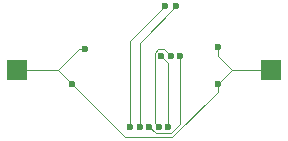
<source format=gbr>
%TF.GenerationSoftware,KiCad,Pcbnew,9.0.1*%
%TF.CreationDate,2025-05-28T15:57:21+02:00*%
%TF.ProjectId,fpc_connector_36pinOmnetics,6670635f-636f-46e6-9e65-63746f725f33,rev?*%
%TF.SameCoordinates,Original*%
%TF.FileFunction,Copper,L2,Bot*%
%TF.FilePolarity,Positive*%
%FSLAX46Y46*%
G04 Gerber Fmt 4.6, Leading zero omitted, Abs format (unit mm)*
G04 Created by KiCad (PCBNEW 9.0.1) date 2025-05-28 15:57:21*
%MOMM*%
%LPD*%
G01*
G04 APERTURE LIST*
%TA.AperFunction,ComponentPad*%
%ADD10R,1.700000X1.700000*%
%TD*%
%TA.AperFunction,ViaPad*%
%ADD11C,0.600000*%
%TD*%
%TA.AperFunction,Conductor*%
%ADD12C,0.100000*%
%TD*%
G04 APERTURE END LIST*
D10*
%TO.P,J4,1,Pin_1*%
%TO.N,GND*%
X160500000Y-102600000D03*
%TD*%
%TO.P,J3,1,Pin_1*%
%TO.N,GND*%
X139000000Y-102600000D03*
%TD*%
D11*
%TO.N,GND*%
X156000000Y-100592000D03*
%TO.N,Net-(J1-Pad15)*%
X152011023Y-101353933D03*
%TO.N,Net-(J1-Pad14)*%
X152810166Y-101391000D03*
%TO.N,Net-(J1-Pad12)*%
X151500000Y-97200000D03*
%TO.N,Net-(J1-Pad13)*%
X152500000Y-97200000D03*
%TO.N,Net-(J1-Pad16)*%
X151211284Y-101374466D03*
%TO.N,Net-(J1-Pad12)*%
X148599991Y-107400000D03*
%TO.N,Net-(J1-Pad16)*%
X151800003Y-107400000D03*
%TO.N,Net-(J1-Pad13)*%
X149399994Y-107400000D03*
%TO.N,Net-(J1-Pad14)*%
X150199997Y-107400000D03*
%TO.N,Net-(J1-Pad15)*%
X151000000Y-107400000D03*
%TO.N,GND*%
X156000000Y-103800000D03*
X144800000Y-100800000D03*
X143700000Y-103800000D03*
%TD*%
D12*
%TO.N,GND*%
X157200000Y-102600000D02*
X160500000Y-102600000D01*
X156000000Y-104404913D02*
X156000000Y-103800000D01*
X152152913Y-108252000D02*
X156000000Y-104404913D01*
X148152000Y-108252000D02*
X152152913Y-108252000D01*
X143700000Y-103800000D02*
X148152000Y-108252000D01*
X156000000Y-101400000D02*
X156000000Y-100592000D01*
X157200000Y-102600000D02*
X156000000Y-101400000D01*
X156000000Y-103800000D02*
X157200000Y-102600000D01*
%TO.N,Net-(J1-Pad12)*%
X148599991Y-100100009D02*
X151500000Y-97200000D01*
X148599991Y-107400000D02*
X148599991Y-100100009D01*
%TO.N,Net-(J1-Pad13)*%
X149399994Y-100300006D02*
X152500000Y-97200000D01*
X149399994Y-107400000D02*
X149399994Y-100300006D01*
%TO.N,GND*%
X144300000Y-100800000D02*
X142500000Y-102600000D01*
X144800000Y-100800000D02*
X144300000Y-100800000D01*
X142500000Y-102600000D02*
X139000000Y-102600000D01*
X143700000Y-103800000D02*
X142500000Y-102600000D01*
%TO.N,Net-(J1-Pad15)*%
X150660284Y-107060284D02*
X151000000Y-107400000D01*
X150660284Y-101146234D02*
X150660284Y-107060284D01*
X150983052Y-100823466D02*
X150660284Y-101146234D01*
X151480556Y-100823466D02*
X150983052Y-100823466D01*
X152011023Y-101353933D02*
X151480556Y-100823466D01*
%TO.N,Net-(J1-Pad16)*%
X151800003Y-101963185D02*
X151211284Y-101374466D01*
X151800003Y-107400000D02*
X151800003Y-101963185D01*
%TO.N,Net-(J1-Pad14)*%
X152028235Y-107951000D02*
X152810166Y-107169069D01*
X152810166Y-107169069D02*
X152810166Y-101391000D01*
X150199997Y-107400000D02*
X150750997Y-107951000D01*
X150750997Y-107951000D02*
X152028235Y-107951000D01*
%TD*%
M02*

</source>
